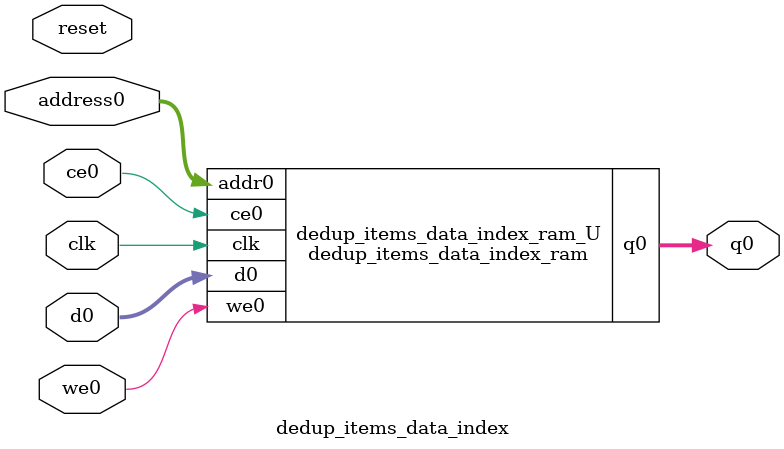
<source format=v>

`timescale 1 ns / 1 ps
module dedup_items_data_index_ram (addr0, ce0, d0, we0, q0,  clk);

parameter DWIDTH = 32;
parameter AWIDTH = 3;
parameter MEM_SIZE = 7;

input[AWIDTH-1:0] addr0;
input ce0;
input[DWIDTH-1:0] d0;
input we0;
output reg[DWIDTH-1:0] q0;
input clk;

(* ram_style = "distributed" *)reg [DWIDTH-1:0] ram[MEM_SIZE-1:0];




always @(posedge clk)  
begin 
    if (ce0) 
    begin
        if (we0) 
        begin 
            ram[addr0] <= d0; 
            q0 <= d0;
        end 
        else 
            q0 <= ram[addr0];
    end
end


endmodule


`timescale 1 ns / 1 ps
module dedup_items_data_index(
    reset,
    clk,
    address0,
    ce0,
    we0,
    d0,
    q0);

parameter DataWidth = 32'd32;
parameter AddressRange = 32'd7;
parameter AddressWidth = 32'd3;
input reset;
input clk;
input[AddressWidth - 1:0] address0;
input ce0;
input we0;
input[DataWidth - 1:0] d0;
output[DataWidth - 1:0] q0;



dedup_items_data_index_ram dedup_items_data_index_ram_U(
    .clk( clk ),
    .addr0( address0 ),
    .ce0( ce0 ),
    .d0( d0 ),
    .we0( we0 ),
    .q0( q0 ));

endmodule


</source>
